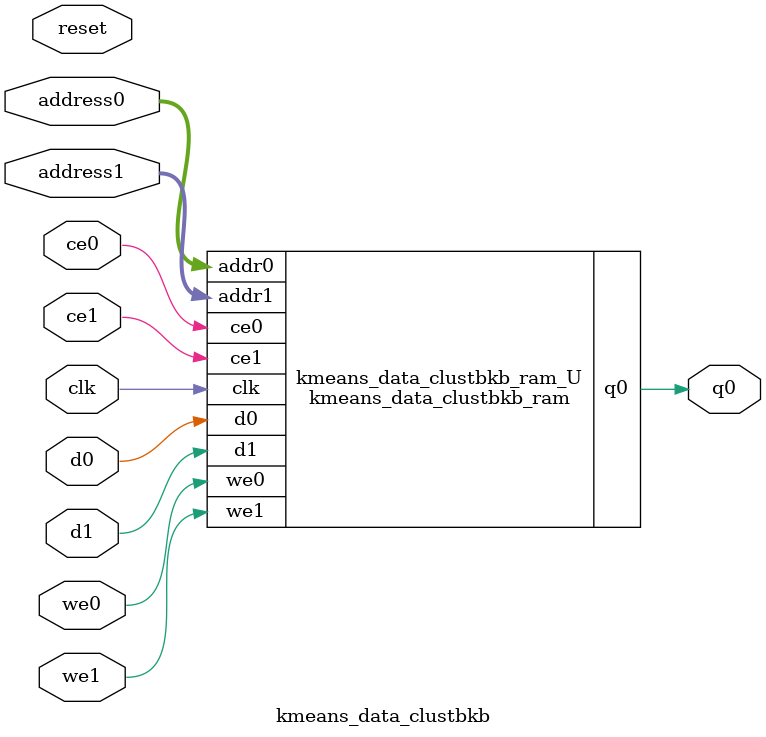
<source format=v>
`timescale 1 ns / 1 ps
module kmeans_data_clustbkb_ram (addr0, ce0, d0, we0, q0, addr1, ce1, d1, we1,  clk);

parameter DWIDTH = 1;
parameter AWIDTH = 6;
parameter MEM_SIZE = 50;

input[AWIDTH-1:0] addr0;
input ce0;
input[DWIDTH-1:0] d0;
input we0;
output reg[DWIDTH-1:0] q0;
input[AWIDTH-1:0] addr1;
input ce1;
input[DWIDTH-1:0] d1;
input we1;
input clk;

(* ram_style = "block" *)reg [DWIDTH-1:0] ram[0:MEM_SIZE-1];




always @(posedge clk)  
begin 
    if (ce0) begin
        if (we0) 
            ram[addr0] <= d0; 
        q0 <= ram[addr0];
    end
end


always @(posedge clk)  
begin 
    if (ce1) begin
        if (we1) 
            ram[addr1] <= d1; 
    end
end


endmodule

`timescale 1 ns / 1 ps
module kmeans_data_clustbkb(
    reset,
    clk,
    address0,
    ce0,
    we0,
    d0,
    q0,
    address1,
    ce1,
    we1,
    d1);

parameter DataWidth = 32'd1;
parameter AddressRange = 32'd50;
parameter AddressWidth = 32'd6;
input reset;
input clk;
input[AddressWidth - 1:0] address0;
input ce0;
input we0;
input[DataWidth - 1:0] d0;
output[DataWidth - 1:0] q0;
input[AddressWidth - 1:0] address1;
input ce1;
input we1;
input[DataWidth - 1:0] d1;



kmeans_data_clustbkb_ram kmeans_data_clustbkb_ram_U(
    .clk( clk ),
    .addr0( address0 ),
    .ce0( ce0 ),
    .we0( we0 ),
    .d0( d0 ),
    .q0( q0 ),
    .addr1( address1 ),
    .ce1( ce1 ),
    .we1( we1 ),
    .d1( d1 ));

endmodule


</source>
